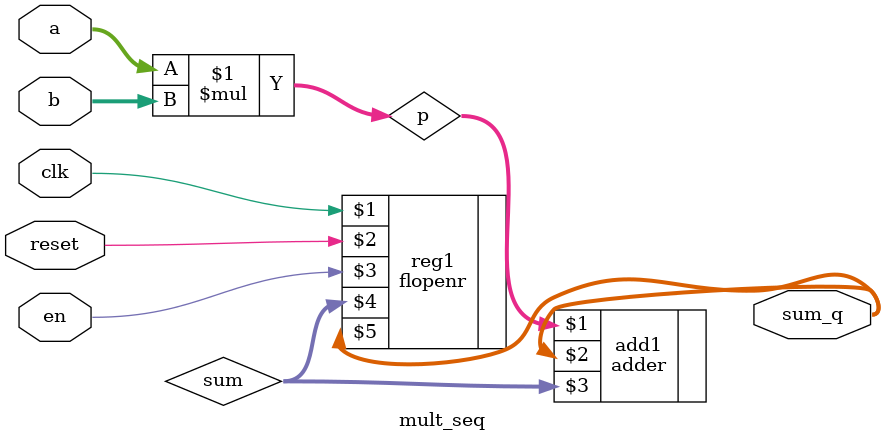
<source format=sv>
module mult_seq #(parameter WIDTH=16)
   (a, b, clk, reset, en, sum_q);

   output logic [2*WIDTH-1:0] sum_q;

   input logic [WIDTH-1:0]    a;
   input logic [WIDTH-1:0]    b;
   input logic		      clk;   
   input logic 		      reset;
   input logic 		      en;   
   
   logic [2*WIDTH-1:0] 	      p;
   logic [2*WIDTH-1:0] 	      sum;

   assign p = a*b;
   adder #(2*WIDTH) add1 (p, sum_q, sum);
   flopenr #(2*WIDTH) reg1 (clk, reset, en, sum, sum_q);

endmodule // mult_seq

</source>
